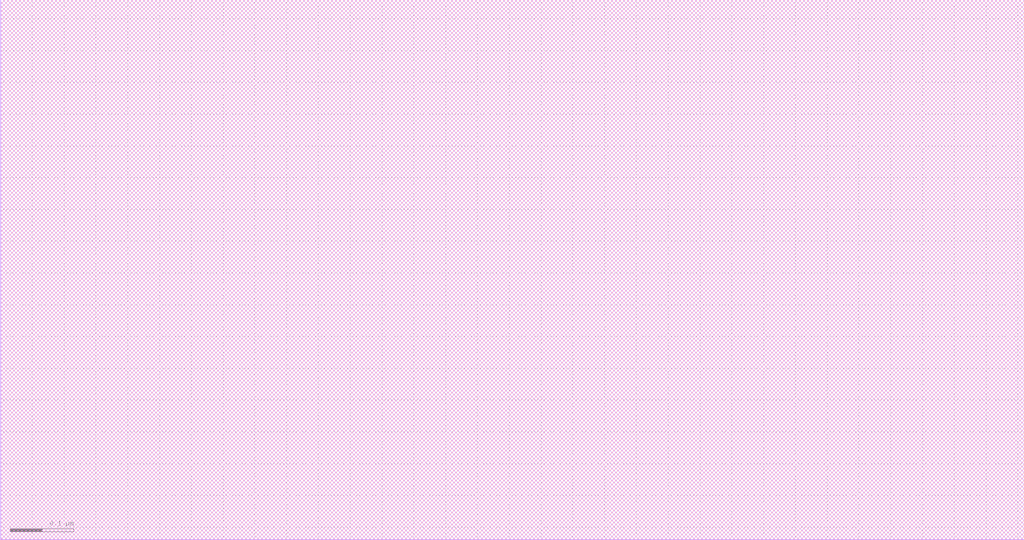
<source format=lef>
VERSION 5.7 ;
  NOWIREEXTENSIONATPIN ON ;
  DIVIDERCHAR "/" ;
  BUSBITCHARS "[]" ;
MACRO /home/bjmuld/work/hilas/fastlane/PDKs/sky130A_hilas/libs.ref/sky130_hilas_sc/mag/sky130_hilas_pFETdevice01a
  CLASS BLOCK ;
  FOREIGN /home/bjmuld/work/hilas/fastlane/PDKs/sky130A_hilas/libs.ref/sky130_hilas_sc/mag/sky130_hilas_pFETdevice01a ;
  ORIGIN 0.800 0.420 ;
  SIZE 1.610 BY 0.850 ;
  OBS
      LAYER nwell ;
        RECT -0.800 -0.420 0.810 0.430 ;
  END
END /home/bjmuld/work/hilas/fastlane/PDKs/sky130A_hilas/libs.ref/sky130_hilas_sc/mag/sky130_hilas_pFETdevice01a
END LIBRARY


</source>
